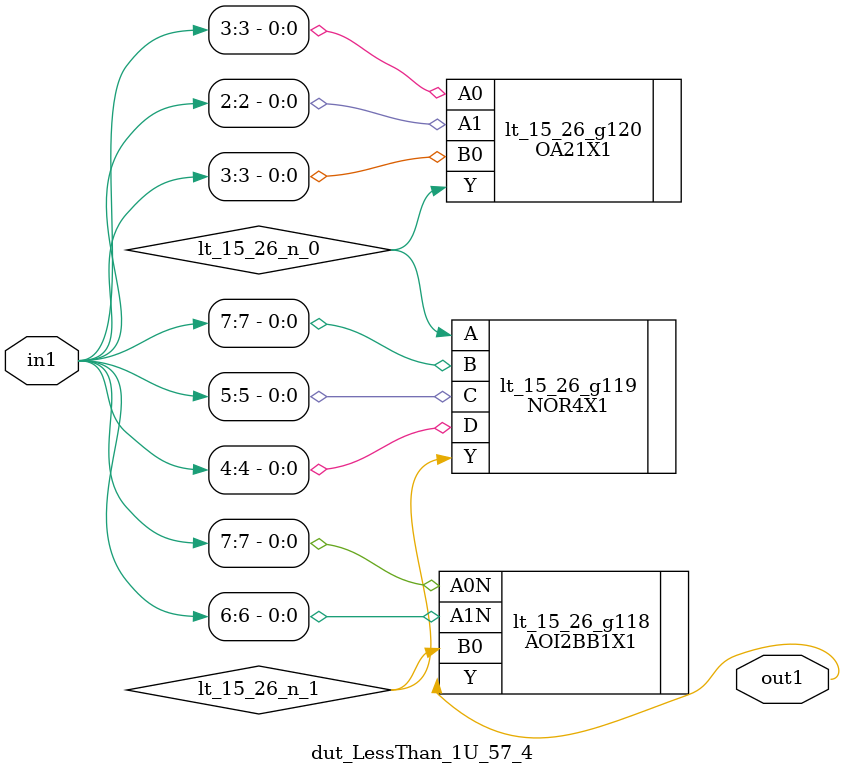
<source format=v>
`timescale 1ps / 1ps


module dut_LessThan_1U_57_4(in1, out1);
  input [7:0] in1;
  output out1;
  wire [7:0] in1;
  wire out1;
  wire lt_15_26_n_0, lt_15_26_n_1;
  AOI2BB1X1 lt_15_26_g118(.A0N (in1[7]), .A1N (in1[6]), .B0
       (lt_15_26_n_1), .Y (out1));
  NOR4X1 lt_15_26_g119(.A (lt_15_26_n_0), .B (in1[7]), .C (in1[5]), .D
       (in1[4]), .Y (lt_15_26_n_1));
  OA21X1 lt_15_26_g120(.A0 (in1[3]), .A1 (in1[2]), .B0 (in1[3]), .Y
       (lt_15_26_n_0));
endmodule



</source>
